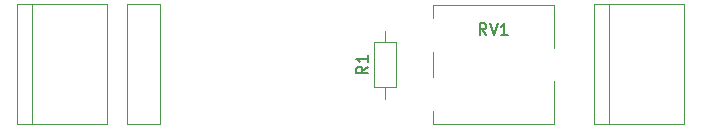
<source format=gto>
G04 #@! TF.GenerationSoftware,KiCad,Pcbnew,(6.0.6)*
G04 #@! TF.CreationDate,2022-08-07T08:43:24+02:00*
G04 #@! TF.ProjectId,Stepdown led board,53746570-646f-4776-9e20-6c656420626f,rev?*
G04 #@! TF.SameCoordinates,Original*
G04 #@! TF.FileFunction,Legend,Top*
G04 #@! TF.FilePolarity,Positive*
%FSLAX46Y46*%
G04 Gerber Fmt 4.6, Leading zero omitted, Abs format (unit mm)*
G04 Created by KiCad (PCBNEW (6.0.6)) date 2022-08-07 08:43:24*
%MOMM*%
%LPD*%
G01*
G04 APERTURE LIST*
%ADD10C,0.150000*%
%ADD11C,0.120000*%
%ADD12C,0.200000*%
%ADD13R,1.700000X1.700000*%
%ADD14O,1.700000X1.700000*%
%ADD15R,3.000000X3.000000*%
%ADD16C,3.000000*%
%ADD17C,2.340000*%
%ADD18C,1.400000*%
%ADD19O,1.400000X1.400000*%
G04 APERTURE END LIST*
D10*
X60762751Y-26919031D02*
X60429418Y-26442841D01*
X60191323Y-26919031D02*
X60191323Y-25919031D01*
X60572275Y-25919031D01*
X60667513Y-25966651D01*
X60715132Y-26014270D01*
X60762751Y-26109508D01*
X60762751Y-26252365D01*
X60715132Y-26347603D01*
X60667513Y-26395222D01*
X60572275Y-26442841D01*
X60191323Y-26442841D01*
X61048466Y-25919031D02*
X61381799Y-26919031D01*
X61715132Y-25919031D01*
X62572275Y-26919031D02*
X62000847Y-26919031D01*
X62286561Y-26919031D02*
X62286561Y-25919031D01*
X62191323Y-26061889D01*
X62096085Y-26157127D01*
X62000847Y-26204746D01*
X50741675Y-29596439D02*
X50265485Y-29929773D01*
X50741675Y-30167868D02*
X49741675Y-30167868D01*
X49741675Y-29786915D01*
X49789295Y-29691677D01*
X49836914Y-29644058D01*
X49932152Y-29596439D01*
X50075009Y-29596439D01*
X50170247Y-29644058D01*
X50217866Y-29691677D01*
X50265485Y-29786915D01*
X50265485Y-30167868D01*
X50741675Y-28644058D02*
X50741675Y-29215487D01*
X50741675Y-28929773D02*
X49741675Y-28929773D01*
X49884533Y-29025011D01*
X49979771Y-29120249D01*
X50027390Y-29215487D01*
D11*
X30368390Y-24287980D02*
X33093946Y-24287980D01*
X33093946Y-24287980D02*
X33093946Y-34467100D01*
X33093946Y-34467100D02*
X30368390Y-34467100D01*
X30368390Y-34467100D02*
X30368390Y-24287980D01*
X71120000Y-34425658D02*
X71120000Y-24265658D01*
X77470000Y-34425658D02*
X77470000Y-24265658D01*
X77470000Y-24265658D02*
X69850000Y-24265658D01*
X69850000Y-34425658D02*
X77470000Y-34425658D01*
X69850000Y-24265658D02*
X69850000Y-34425658D01*
X56237990Y-28330773D02*
X56237990Y-30479773D01*
X56237990Y-24383773D02*
X56237990Y-25478773D01*
X66477990Y-30829773D02*
X66477990Y-34424773D01*
X66477990Y-24383773D02*
X66477990Y-27979773D01*
X56237990Y-33329773D02*
X56237990Y-34424773D01*
X56237990Y-24383773D02*
X66477990Y-24383773D01*
X56237990Y-34424773D02*
X66477990Y-34424773D01*
X28677173Y-24267237D02*
X21057173Y-24267237D01*
X28677173Y-34427237D02*
X28677173Y-24267237D01*
X21057173Y-34427237D02*
X28677173Y-34427237D01*
X22327173Y-34427237D02*
X22327173Y-24267237D01*
X21057173Y-24267237D02*
X21057173Y-34427237D01*
X51289295Y-27509773D02*
X51289295Y-31349773D01*
X51289295Y-31349773D02*
X53129295Y-31349773D01*
X53129295Y-27509773D02*
X51289295Y-27509773D01*
X52209295Y-32299773D02*
X52209295Y-31349773D01*
X53129295Y-31349773D02*
X53129295Y-27509773D01*
X52209295Y-26559773D02*
X52209295Y-27509773D01*
%LPC*%
D12*
X29379071Y-23000000D02*
X48949597Y-23000000D01*
X48949597Y-23000000D02*
X48949597Y-35406103D01*
X48949597Y-35406103D02*
X29379071Y-35406103D01*
X29379071Y-35406103D02*
X29379071Y-23000000D01*
D13*
X31703356Y-25558197D03*
D14*
X31703356Y-28098197D03*
X31703356Y-30638197D03*
X31703356Y-33178197D03*
D15*
X73660000Y-26805658D03*
D16*
X73660000Y-31885658D03*
D17*
X56357990Y-31904773D03*
X66357990Y-29404773D03*
X56357990Y-26904773D03*
D15*
X24867173Y-26807237D03*
D16*
X24867173Y-31887237D03*
D18*
X52209295Y-33239773D03*
D19*
X52209295Y-25619773D03*
M02*

</source>
